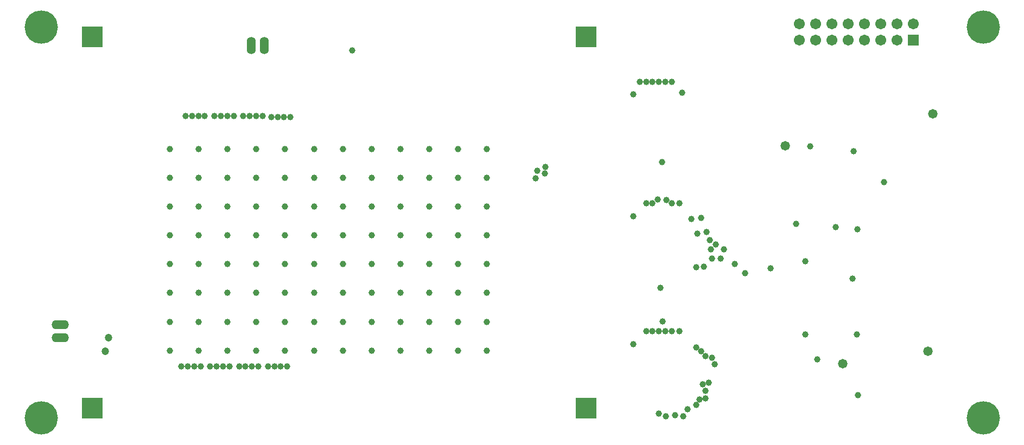
<source format=gbs>
%FSLAX25Y25*%
%MOIN*%
G70*
G01*
G75*
G04 Layer_Color=16711935*
%ADD10R,0.05512X0.04331*%
%ADD11R,0.06693X0.04331*%
%ADD12O,0.06496X0.02559*%
%ADD13R,0.08661X0.05906*%
%ADD14O,0.08268X0.01181*%
%ADD15O,0.01181X0.08268*%
%ADD16R,0.04331X0.06693*%
%ADD17R,0.08465X0.01575*%
%ADD18R,0.08465X0.01575*%
%ADD19R,0.05906X0.07480*%
%ADD20R,0.05709X0.02165*%
%ADD21R,0.05709X0.02165*%
%ADD22R,0.10039X0.07284*%
%ADD23R,0.02165X0.05709*%
%ADD24R,0.02165X0.05709*%
%ADD25C,0.03150*%
%ADD26C,0.00598*%
%ADD27C,0.01575*%
%ADD28C,0.01969*%
%ADD29R,0.11811X0.11811*%
%ADD30O,0.04724X0.09843*%
%ADD31O,0.09843X0.04724*%
%ADD32C,0.19685*%
%ADD33R,0.05906X0.05906*%
%ADD34C,0.05906*%
%ADD35C,0.03150*%
%ADD36C,0.05000*%
%ADD37C,0.03937*%
%ADD38C,0.01000*%
%ADD39C,0.00984*%
%ADD40C,0.02362*%
%ADD41C,0.00787*%
%ADD42C,0.00394*%
%ADD43R,0.06312X0.05131*%
%ADD44R,0.07493X0.05131*%
%ADD45O,0.07296X0.03359*%
%ADD46R,0.09461X0.06706*%
%ADD47O,0.09068X0.01981*%
%ADD48O,0.01981X0.09068*%
%ADD49R,0.05131X0.07493*%
%ADD50R,0.09265X0.02375*%
%ADD51R,0.09265X0.02375*%
%ADD52R,0.06706X0.08280*%
%ADD53R,0.06509X0.02965*%
%ADD54R,0.06509X0.02965*%
%ADD55R,0.10839X0.08083*%
%ADD56R,0.02965X0.06509*%
%ADD57R,0.02965X0.06509*%
%ADD58R,0.12611X0.12611*%
%ADD59O,0.05524X0.10642*%
%ADD60O,0.10642X0.05524*%
%ADD61C,0.20485*%
%ADD62R,0.06706X0.06706*%
%ADD63C,0.06706*%
%ADD64C,0.03950*%
%ADD65C,0.05800*%
%ADD66C,0.04737*%
D58*
X47244Y21654D02*
D03*
X350394D02*
D03*
X350394Y250000D02*
D03*
X47244D02*
D03*
D59*
X144882Y244488D02*
D03*
X152756D02*
D03*
D60*
X27559Y64961D02*
D03*
Y72835D02*
D03*
D61*
X15744Y255898D02*
D03*
X594484D02*
D03*
Y15740D02*
D03*
X15744D02*
D03*
D62*
X551575Y248031D02*
D03*
D63*
X541575D02*
D03*
X531575D02*
D03*
X521575D02*
D03*
X511575D02*
D03*
X501575D02*
D03*
X491575D02*
D03*
X481575D02*
D03*
X551575Y258032D02*
D03*
X541575D02*
D03*
X531575D02*
D03*
X521575D02*
D03*
X511575D02*
D03*
X501575D02*
D03*
X491575D02*
D03*
X481575D02*
D03*
D64*
X425980Y37315D02*
D03*
X422046Y36220D02*
D03*
X387398Y68890D02*
D03*
Y147630D02*
D03*
Y222433D02*
D03*
X399606Y16535D02*
D03*
X395063Y18183D02*
D03*
X405118Y17323D02*
D03*
X410236Y16535D02*
D03*
X514173Y101181D02*
D03*
X108460Y201370D02*
D03*
X422831Y108654D02*
D03*
X383461Y222433D02*
D03*
X403146D02*
D03*
X395272D02*
D03*
X399209D02*
D03*
X391335D02*
D03*
X503937Y133071D02*
D03*
X517323Y131496D02*
D03*
X533465Y160630D02*
D03*
X479587Y135138D02*
D03*
X206968Y241776D02*
D03*
X448142Y104595D02*
D03*
X488350Y182783D02*
D03*
X514819Y179595D02*
D03*
X441728Y110224D02*
D03*
X427949Y113772D02*
D03*
X435035Y119283D02*
D03*
X433067Y113772D02*
D03*
X430311Y122433D02*
D03*
X485098Y111909D02*
D03*
X463728Y107780D02*
D03*
X517398Y29779D02*
D03*
X485185Y67118D02*
D03*
X516728Y67047D02*
D03*
X492516Y51650D02*
D03*
X320429Y167512D02*
D03*
X325665Y169913D02*
D03*
X319484Y163142D02*
D03*
X325350Y165858D02*
D03*
X418066Y59087D02*
D03*
X421138Y56685D02*
D03*
X429562Y48693D02*
D03*
X427870Y52748D02*
D03*
X423736Y53653D02*
D03*
X423776Y32276D02*
D03*
X420114Y27141D02*
D03*
X418106Y23693D02*
D03*
X423972Y27709D02*
D03*
X412791Y20937D02*
D03*
X379524Y139756D02*
D03*
Y61016D02*
D03*
Y214559D02*
D03*
X94784Y110228D02*
D03*
Y92512D02*
D03*
Y74795D02*
D03*
Y57079D02*
D03*
X112500D02*
D03*
X130217Y92512D02*
D03*
Y110228D02*
D03*
X147933Y57079D02*
D03*
Y74795D02*
D03*
Y92512D02*
D03*
Y110228D02*
D03*
X165650Y57079D02*
D03*
Y74795D02*
D03*
Y92512D02*
D03*
Y110228D02*
D03*
X183366Y57079D02*
D03*
Y74795D02*
D03*
Y92512D02*
D03*
Y110228D02*
D03*
X201083Y57079D02*
D03*
Y74795D02*
D03*
Y92512D02*
D03*
Y110228D02*
D03*
X218799Y57079D02*
D03*
Y74795D02*
D03*
Y92512D02*
D03*
Y110228D02*
D03*
X236516Y57079D02*
D03*
Y74795D02*
D03*
Y92512D02*
D03*
Y110228D02*
D03*
X254233Y57079D02*
D03*
Y74795D02*
D03*
Y92512D02*
D03*
Y110228D02*
D03*
X271949Y57079D02*
D03*
Y74795D02*
D03*
Y92512D02*
D03*
Y110228D02*
D03*
X289666Y57079D02*
D03*
Y74795D02*
D03*
Y92512D02*
D03*
Y110228D02*
D03*
X94784Y127945D02*
D03*
Y145662D02*
D03*
Y163378D02*
D03*
Y181095D02*
D03*
X112500Y127945D02*
D03*
Y145662D02*
D03*
Y163378D02*
D03*
Y181095D02*
D03*
X130217Y127945D02*
D03*
Y145662D02*
D03*
Y163378D02*
D03*
Y181095D02*
D03*
X147933Y127945D02*
D03*
Y145662D02*
D03*
Y163378D02*
D03*
Y181095D02*
D03*
X165650Y127945D02*
D03*
Y145662D02*
D03*
Y163378D02*
D03*
Y181095D02*
D03*
X183366Y127945D02*
D03*
Y145662D02*
D03*
Y163378D02*
D03*
Y181095D02*
D03*
X201083Y127945D02*
D03*
Y145662D02*
D03*
Y163378D02*
D03*
Y181095D02*
D03*
X218799Y127945D02*
D03*
Y145662D02*
D03*
Y163378D02*
D03*
Y181095D02*
D03*
X236516Y145662D02*
D03*
Y163378D02*
D03*
Y181095D02*
D03*
X254233Y145662D02*
D03*
Y163378D02*
D03*
Y181095D02*
D03*
X271949Y145662D02*
D03*
Y163378D02*
D03*
Y181095D02*
D03*
X289666Y145662D02*
D03*
Y163378D02*
D03*
Y181095D02*
D03*
X130217Y57079D02*
D03*
X112500Y110228D02*
D03*
Y92512D02*
D03*
Y74795D02*
D03*
X130217D02*
D03*
X236516Y127945D02*
D03*
X254233D02*
D03*
X289666D02*
D03*
X271949D02*
D03*
X164957Y200780D02*
D03*
X168894D02*
D03*
X157083D02*
D03*
X161020D02*
D03*
X143894Y201370D02*
D03*
X139957D02*
D03*
X151768D02*
D03*
X147831D02*
D03*
X126177D02*
D03*
X122240D02*
D03*
X134051D02*
D03*
X130114D02*
D03*
X104524D02*
D03*
X116334D02*
D03*
X112398D02*
D03*
X162988Y47236D02*
D03*
X166925D02*
D03*
X141335D02*
D03*
X137398D02*
D03*
X131492D02*
D03*
X127555D02*
D03*
X123618D02*
D03*
X119681D02*
D03*
X113776D02*
D03*
X109839D02*
D03*
X105902D02*
D03*
X101965D02*
D03*
X407870Y147630D02*
D03*
X391335Y68890D02*
D03*
X395272D02*
D03*
X403146D02*
D03*
X397445Y75000D02*
D03*
X399209Y68890D02*
D03*
X407870Y68890D02*
D03*
X403146Y147630D02*
D03*
X399732Y149784D02*
D03*
X394409Y150123D02*
D03*
X396059Y95661D02*
D03*
X418697Y128929D02*
D03*
X424406Y129913D02*
D03*
X427161Y119283D02*
D03*
X426571Y124992D02*
D03*
X418327Y108433D02*
D03*
X145272Y47236D02*
D03*
X149209D02*
D03*
X155114D02*
D03*
X159051D02*
D03*
X421256Y138575D02*
D03*
X415350Y138079D02*
D03*
X397240Y172921D02*
D03*
X391335Y147630D02*
D03*
X409445Y215740D02*
D03*
D65*
X560630Y56693D02*
D03*
X472784Y182870D02*
D03*
X563421Y202744D02*
D03*
X508067Y49110D02*
D03*
D66*
X57087Y64961D02*
D03*
X55118Y56693D02*
D03*
M02*

</source>
